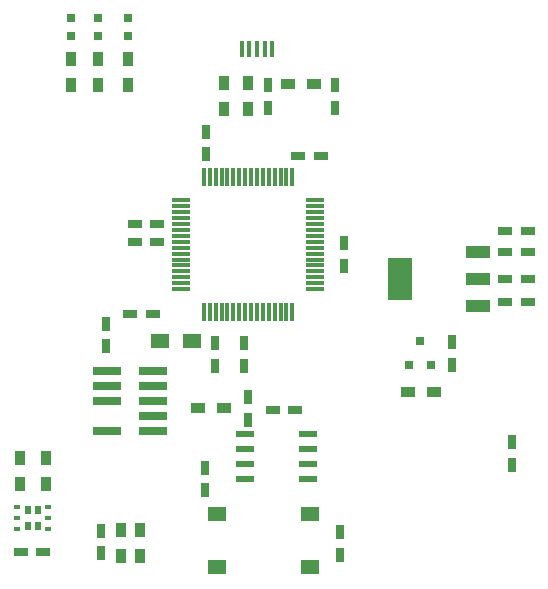
<source format=gbr>
G04 #@! TF.FileFunction,Paste,Top*
%FSLAX46Y46*%
G04 Gerber Fmt 4.6, Leading zero omitted, Abs format (unit mm)*
G04 Created by KiCad (PCBNEW (2015-05-09 BZR 5648)-product) date tir 21 jul 2015 13:28:29 CEST*
%MOMM*%
G01*
G04 APERTURE LIST*
%ADD10C,0.100000*%
%ADD11R,1.550000X0.600000*%
%ADD12R,0.797560X0.797560*%
%ADD13R,0.750000X1.200000*%
%ADD14R,1.200000X0.750000*%
%ADD15R,1.200000X0.900000*%
%ADD16R,0.900000X1.200000*%
%ADD17R,0.800100X0.800100*%
%ADD18R,2.032000X3.657600*%
%ADD19R,2.032000X1.016000*%
%ADD20R,0.400000X1.400000*%
%ADD21R,1.500000X1.300000*%
%ADD22R,2.400000X0.740000*%
%ADD23R,0.300000X1.500000*%
%ADD24R,1.500000X0.300000*%
%ADD25R,1.550000X1.300000*%
%ADD26R,0.630000X0.450000*%
%ADD27R,0.510000X0.780000*%
G04 APERTURE END LIST*
D10*
D11*
X140302000Y-100330000D03*
X140302000Y-101600000D03*
X140302000Y-102870000D03*
X140302000Y-104140000D03*
X145702000Y-104140000D03*
X145702000Y-102870000D03*
X145702000Y-101600000D03*
X145702000Y-100330000D03*
D12*
X125603000Y-66662300D03*
X125603000Y-65163700D03*
D13*
X157861000Y-94488000D03*
X157861000Y-92588000D03*
D14*
X132903000Y-84074000D03*
X131003000Y-84074000D03*
D13*
X137033000Y-76642000D03*
X137033000Y-74742000D03*
X148717000Y-86106000D03*
X148717000Y-84206000D03*
X140208000Y-92649000D03*
X140208000Y-94549000D03*
X148336000Y-108651000D03*
X148336000Y-110551000D03*
X136906000Y-105090000D03*
X136906000Y-103190000D03*
X128524000Y-92898000D03*
X128524000Y-90998000D03*
X162941000Y-102931000D03*
X162941000Y-101031000D03*
D14*
X142687000Y-98298000D03*
X144587000Y-98298000D03*
X162372000Y-84963000D03*
X164272000Y-84963000D03*
X162372000Y-83185000D03*
X164272000Y-83185000D03*
D13*
X142240000Y-72705000D03*
X142240000Y-70805000D03*
D14*
X162372000Y-87249000D03*
X164272000Y-87249000D03*
D12*
X127889000Y-66662300D03*
X127889000Y-65163700D03*
D15*
X146134000Y-70739000D03*
X143934000Y-70739000D03*
X156294000Y-96774000D03*
X154094000Y-96774000D03*
D16*
X125603000Y-68623000D03*
X125603000Y-70823000D03*
X127889000Y-68623000D03*
X127889000Y-70823000D03*
X140589000Y-70655000D03*
X140589000Y-72855000D03*
X138557000Y-70655000D03*
X138557000Y-72855000D03*
D17*
X154178000Y-94488000D03*
X156078000Y-94488000D03*
X155128000Y-92489020D03*
D18*
X153416000Y-87249000D03*
D19*
X160020000Y-87249000D03*
X160020000Y-84963000D03*
X160020000Y-89535000D03*
D20*
X141351000Y-67727000D03*
X140701000Y-67727000D03*
X142001000Y-67727000D03*
X142651000Y-67727000D03*
X140051000Y-67727000D03*
D21*
X135843000Y-92456000D03*
X133143000Y-92456000D03*
D14*
X131003000Y-82550000D03*
X132903000Y-82550000D03*
D15*
X138514000Y-98171000D03*
X136314000Y-98171000D03*
D14*
X162372000Y-89154000D03*
X164272000Y-89154000D03*
X130622000Y-90170000D03*
X132522000Y-90170000D03*
D13*
X137795000Y-94549000D03*
X137795000Y-92649000D03*
D22*
X128651000Y-94996000D03*
X132551000Y-94996000D03*
X128651000Y-96266000D03*
X132551000Y-96266000D03*
X128651000Y-97536000D03*
X132551000Y-97536000D03*
X132551000Y-98806000D03*
X128651000Y-100076000D03*
X132551000Y-100076000D03*
D13*
X140589000Y-97221000D03*
X140589000Y-99121000D03*
D23*
X136839000Y-90028000D03*
X137339000Y-90028000D03*
X137839000Y-90028000D03*
X138339000Y-90028000D03*
X138839000Y-90028000D03*
X139339000Y-90028000D03*
X139839000Y-90028000D03*
X140339000Y-90028000D03*
X140839000Y-90028000D03*
X141339000Y-90028000D03*
X141839000Y-90028000D03*
X142339000Y-90028000D03*
X142839000Y-90028000D03*
X143339000Y-90028000D03*
X143839000Y-90028000D03*
X144339000Y-90028000D03*
D24*
X146289000Y-88078000D03*
X146289000Y-87578000D03*
X146289000Y-87078000D03*
X146289000Y-86578000D03*
X146289000Y-86078000D03*
X146289000Y-85578000D03*
X146289000Y-85078000D03*
X146289000Y-84578000D03*
X146289000Y-84078000D03*
X146289000Y-83578000D03*
X146289000Y-83078000D03*
X146289000Y-82578000D03*
X146289000Y-82078000D03*
X146289000Y-81578000D03*
X146289000Y-81078000D03*
X146289000Y-80578000D03*
D23*
X144339000Y-78628000D03*
X143839000Y-78628000D03*
X143339000Y-78628000D03*
X142839000Y-78628000D03*
X142339000Y-78628000D03*
X141839000Y-78628000D03*
X141339000Y-78628000D03*
X140839000Y-78628000D03*
X140339000Y-78628000D03*
X139839000Y-78628000D03*
X139339000Y-78628000D03*
X138839000Y-78628000D03*
X138339000Y-78628000D03*
X137839000Y-78628000D03*
X137339000Y-78628000D03*
X136839000Y-78628000D03*
D24*
X134889000Y-80578000D03*
X134889000Y-81078000D03*
X134889000Y-81578000D03*
X134889000Y-82078000D03*
X134889000Y-82578000D03*
X134889000Y-83078000D03*
X134889000Y-83578000D03*
X134889000Y-84078000D03*
X134889000Y-84578000D03*
X134889000Y-85078000D03*
X134889000Y-85578000D03*
X134889000Y-86078000D03*
X134889000Y-86578000D03*
X134889000Y-87078000D03*
X134889000Y-87578000D03*
X134889000Y-88078000D03*
D12*
X130429000Y-66662300D03*
X130429000Y-65163700D03*
D16*
X130429000Y-68623000D03*
X130429000Y-70823000D03*
D14*
X144846000Y-76835000D03*
X146746000Y-76835000D03*
D13*
X147955000Y-70805000D03*
X147955000Y-72705000D03*
X128143000Y-108524000D03*
X128143000Y-110424000D03*
D16*
X129794000Y-110701000D03*
X129794000Y-108501000D03*
X131445000Y-108501000D03*
X131445000Y-110701000D03*
D25*
X145872000Y-107133000D03*
X145872000Y-111633000D03*
X137922000Y-111633000D03*
X137922000Y-107133000D03*
D14*
X123251000Y-110363000D03*
X121351000Y-110363000D03*
D26*
X121005000Y-106507000D03*
X121005000Y-107457000D03*
X121005000Y-108407000D03*
X123685000Y-108407000D03*
X123685000Y-107457000D03*
X123685000Y-106507000D03*
D27*
X122770000Y-108107000D03*
X122770000Y-106807000D03*
X121920000Y-108107000D03*
X121920000Y-106807000D03*
D16*
X121285000Y-102405000D03*
X121285000Y-104605000D03*
X123444000Y-102405000D03*
X123444000Y-104605000D03*
M02*

</source>
